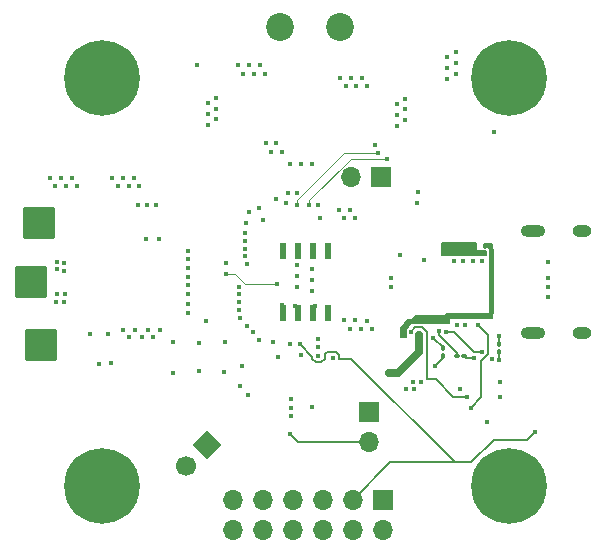
<source format=gbr>
%TF.GenerationSoftware,KiCad,Pcbnew,7.0.1*%
%TF.CreationDate,2023-08-27T06:58:20+02:00*%
%TF.ProjectId,MTR_Tiny_MD,4d54525f-5469-46e7-995f-4d442e6b6963,rev?*%
%TF.SameCoordinates,Original*%
%TF.FileFunction,Copper,L6,Bot*%
%TF.FilePolarity,Positive*%
%FSLAX46Y46*%
G04 Gerber Fmt 4.6, Leading zero omitted, Abs format (unit mm)*
G04 Created by KiCad (PCBNEW 7.0.1) date 2023-08-27 06:58:20*
%MOMM*%
%LPD*%
G01*
G04 APERTURE LIST*
G04 Aperture macros list*
%AMRoundRect*
0 Rectangle with rounded corners*
0 $1 Rounding radius*
0 $2 $3 $4 $5 $6 $7 $8 $9 X,Y pos of 4 corners*
0 Add a 4 corners polygon primitive as box body*
4,1,4,$2,$3,$4,$5,$6,$7,$8,$9,$2,$3,0*
0 Add four circle primitives for the rounded corners*
1,1,$1+$1,$2,$3*
1,1,$1+$1,$4,$5*
1,1,$1+$1,$6,$7*
1,1,$1+$1,$8,$9*
0 Add four rect primitives between the rounded corners*
20,1,$1+$1,$2,$3,$4,$5,0*
20,1,$1+$1,$4,$5,$6,$7,0*
20,1,$1+$1,$6,$7,$8,$9,0*
20,1,$1+$1,$8,$9,$2,$3,0*%
%AMHorizOval*
0 Thick line with rounded ends*
0 $1 width*
0 $2 $3 position (X,Y) of the first rounded end (center of the circle)*
0 $4 $5 position (X,Y) of the second rounded end (center of the circle)*
0 Add line between two ends*
20,1,$1,$2,$3,$4,$5,0*
0 Add two circle primitives to create the rounded ends*
1,1,$1,$2,$3*
1,1,$1,$4,$5*%
%AMRotRect*
0 Rectangle, with rotation*
0 The origin of the aperture is its center*
0 $1 length*
0 $2 width*
0 $3 Rotation angle, in degrees counterclockwise*
0 Add horizontal line*
21,1,$1,$2,0,0,$3*%
G04 Aperture macros list end*
%TA.AperFunction,NonConductor*%
%ADD10C,0.200000*%
%TD*%
%TA.AperFunction,ComponentPad*%
%ADD11R,1.700000X1.700000*%
%TD*%
%TA.AperFunction,ComponentPad*%
%ADD12O,1.700000X1.700000*%
%TD*%
%TA.AperFunction,ComponentPad*%
%ADD13RoundRect,0.165000X1.210000X-1.210000X1.210000X1.210000X-1.210000X1.210000X-1.210000X-1.210000X0*%
%TD*%
%TA.AperFunction,ComponentPad*%
%ADD14C,0.800000*%
%TD*%
%TA.AperFunction,ComponentPad*%
%ADD15C,6.400000*%
%TD*%
%TA.AperFunction,ComponentPad*%
%ADD16C,2.362200*%
%TD*%
%TA.AperFunction,ComponentPad*%
%ADD17O,2.100000X1.000000*%
%TD*%
%TA.AperFunction,ComponentPad*%
%ADD18O,1.600000X1.000000*%
%TD*%
%TA.AperFunction,ComponentPad*%
%ADD19RotRect,1.700000X1.700000X315.000000*%
%TD*%
%TA.AperFunction,ComponentPad*%
%ADD20HorizOval,1.700000X0.000000X0.000000X0.000000X0.000000X0*%
%TD*%
%TA.AperFunction,SMDPad,CuDef*%
%ADD21RoundRect,0.100000X0.100000X-0.130000X0.100000X0.130000X-0.100000X0.130000X-0.100000X-0.130000X0*%
%TD*%
%TA.AperFunction,SMDPad,CuDef*%
%ADD22RoundRect,0.100000X0.130000X0.100000X-0.130000X0.100000X-0.130000X-0.100000X0.130000X-0.100000X0*%
%TD*%
%TA.AperFunction,SMDPad,CuDef*%
%ADD23R,0.558000X1.394200*%
%TD*%
%TA.AperFunction,ViaPad*%
%ADD24C,0.450000*%
%TD*%
%TA.AperFunction,Conductor*%
%ADD25C,0.200000*%
%TD*%
%TA.AperFunction,Conductor*%
%ADD26C,0.100000*%
%TD*%
%TA.AperFunction,Conductor*%
%ADD27C,0.700000*%
%TD*%
%TA.AperFunction,Conductor*%
%ADD28C,0.300000*%
%TD*%
G04 APERTURE END LIST*
D10*
X120775000Y-103025000D02*
X117125000Y-103025000D01*
X117125000Y-103450000D01*
X113975000Y-103450000D01*
X113500000Y-103975000D01*
X113500000Y-104650000D01*
X113100000Y-104650000D01*
X113100000Y-103875000D01*
X113675000Y-103250000D01*
X116900000Y-103250000D01*
X116900000Y-102750000D01*
X120600000Y-102750000D01*
X120600000Y-97075000D01*
X120100000Y-97075000D01*
X120100000Y-96800000D01*
X120775000Y-96800000D01*
X120775000Y-103025000D01*
%TA.AperFunction,NonConductor*%
G36*
X120775000Y-103025000D02*
G01*
X117125000Y-103025000D01*
X117125000Y-103450000D01*
X113975000Y-103450000D01*
X113500000Y-103975000D01*
X113500000Y-104650000D01*
X113100000Y-104650000D01*
X113100000Y-103875000D01*
X113675000Y-103250000D01*
X116900000Y-103250000D01*
X116900000Y-102750000D01*
X120600000Y-102750000D01*
X120600000Y-97075000D01*
X120100000Y-97075000D01*
X120100000Y-96800000D01*
X120775000Y-96800000D01*
X120775000Y-103025000D01*
G37*
%TD.AperFunction*%
X119212500Y-97425000D02*
X120287500Y-97425000D01*
X120287500Y-97700000D01*
X119212500Y-97700000D01*
X119212500Y-97425000D01*
%TA.AperFunction,NonConductor*%
G36*
X119212500Y-97425000D02*
G01*
X120287500Y-97425000D01*
X120287500Y-97700000D01*
X119212500Y-97700000D01*
X119212500Y-97425000D01*
G37*
%TD.AperFunction*%
X116600000Y-96700000D02*
X119450000Y-96700000D01*
X119450000Y-97700000D01*
X116600000Y-97700000D01*
X116600000Y-96700000D01*
%TA.AperFunction,NonConductor*%
G36*
X116600000Y-96700000D02*
G01*
X119450000Y-96700000D01*
X119450000Y-97700000D01*
X116600000Y-97700000D01*
X116600000Y-96700000D01*
G37*
%TD.AperFunction*%
D11*
%TO.P,J5,1*%
%TO.N,GND*%
X110400000Y-111025000D03*
D12*
%TO.P,J5,2*%
%TO.N,DOUT*%
X110400000Y-113565000D03*
%TD*%
D13*
%TO.P,H12,1,1*%
%TO.N,OUTC*%
X82620000Y-105310000D03*
%TD*%
D14*
%TO.P,H1,1,1*%
%TO.N,GND*%
X119850000Y-117250000D03*
X120552944Y-115552944D03*
X120552944Y-118947056D03*
X122250000Y-114850000D03*
D15*
X122250000Y-117250000D03*
D14*
X122250000Y-119650000D03*
X123947056Y-115552944D03*
X123947056Y-118947056D03*
X124650000Y-117250000D03*
%TD*%
%TO.P,H3,1,1*%
%TO.N,GND*%
X119850000Y-82750000D03*
X120552944Y-81052944D03*
X120552944Y-84447056D03*
X122250000Y-80350000D03*
D15*
X122250000Y-82750000D03*
D14*
X122250000Y-85150000D03*
X123947056Y-81052944D03*
X123947056Y-84447056D03*
X124650000Y-82750000D03*
%TD*%
%TO.P,H8,1,1*%
%TO.N,GND*%
X85350000Y-82750000D03*
X86052944Y-81052944D03*
X86052944Y-84447056D03*
X87750000Y-80350000D03*
D15*
X87750000Y-82750000D03*
D14*
X87750000Y-85150000D03*
X89447056Y-81052944D03*
X89447056Y-84447056D03*
X90150000Y-82750000D03*
%TD*%
%TO.P,H9,1,1*%
%TO.N,GND*%
X85350000Y-117250000D03*
X86052944Y-115552944D03*
X86052944Y-118947056D03*
X87750000Y-114850000D03*
D15*
X87750000Y-117250000D03*
D14*
X87750000Y-119650000D03*
X89447056Y-115552944D03*
X89447056Y-118947056D03*
X90150000Y-117250000D03*
%TD*%
D16*
%TO.P,J6,1,1*%
%TO.N,/VM*%
X107890000Y-78450000D03*
%TO.P,J6,2,2*%
%TO.N,GND*%
X102890000Y-78450000D03*
%TD*%
D17*
%TO.P,J1,S1,SHIELD*%
%TO.N,unconnected-(J1-SHIELD-PadS1)*%
X124280000Y-104370000D03*
D18*
X128460000Y-104370000D03*
D17*
X124280000Y-95730000D03*
D18*
X128460000Y-95730000D03*
%TD*%
D19*
%TO.P,J3,1*%
%TO.N,SWD*%
X96700000Y-113800000D03*
D20*
%TO.P,J3,2*%
%TO.N,SWCLK*%
X94903949Y-115596051D03*
%TD*%
D11*
%TO.P,J2,1*%
%TO.N,3V3_BUCK*%
X111540000Y-118450000D03*
D12*
%TO.P,J2,2*%
%TO.N,GND*%
X111540000Y-120990000D03*
%TO.P,J2,3*%
%TO.N,GPIO23*%
X109000000Y-118450000D03*
%TO.P,J2,4*%
%TO.N,GPIO21*%
X109000000Y-120990000D03*
%TO.P,J2,5*%
%TO.N,+VBUS_OUT*%
X106460000Y-118450000D03*
%TO.P,J2,6*%
%TO.N,GPIO20*%
X106460000Y-120990000D03*
%TO.P,J2,7*%
%TO.N,GPIO25*%
X103920000Y-118450000D03*
%TO.P,J2,8*%
%TO.N,GPIO2*%
X103920000Y-120990000D03*
%TO.P,J2,9*%
%TO.N,GPIO24*%
X101380000Y-118450000D03*
%TO.P,J2,10*%
%TO.N,GPIO3*%
X101380000Y-120990000D03*
%TO.P,J2,11*%
%TO.N,GPIO22*%
X98840000Y-118450000D03*
%TO.P,J2,12*%
%TO.N,GPIO9*%
X98840000Y-120990000D03*
%TD*%
D13*
%TO.P,H11,1,1*%
%TO.N,OUTB*%
X81740000Y-100030000D03*
%TD*%
%TO.P,H10,1,1*%
%TO.N,OUTA*%
X82440000Y-95030000D03*
%TD*%
D11*
%TO.P,J4,1*%
%TO.N,UART_TX*%
X111400000Y-91100000D03*
D12*
%TO.P,J4,2*%
%TO.N,UART_RX*%
X108860000Y-91100000D03*
%TD*%
D21*
%TO.P,VbusMin1,1,A*%
%TO.N,GND*%
X116625000Y-106270000D03*
%TO.P,VbusMin1,2,B*%
%TO.N,VBUS_MIN*%
X116625000Y-105630000D03*
%TD*%
%TO.P,Coarse1,1,A*%
%TO.N,3V3_BUCK*%
X121425000Y-105895000D03*
%TO.P,Coarse1,2,B*%
%TO.N,ISNK_COARSE*%
X121425000Y-105255000D03*
%TD*%
%TO.P,Vbus1,1,A*%
%TO.N,+VBUS*%
X120200000Y-97570000D03*
%TO.P,Vbus1,2,B*%
%TO.N,DRAIN_1*%
X120200000Y-96930000D03*
%TD*%
D22*
%TO.P,VbusMax1,1,A*%
%TO.N,3V3_BUCK*%
X118450000Y-106275000D03*
%TO.P,VbusMax1,2,B*%
%TO.N,VBUS_MAX*%
X117810000Y-106275000D03*
%TD*%
D23*
%TO.P,U6,1,VDD5V*%
%TO.N,3V3_BUCK*%
X103095000Y-97347100D03*
%TO.P,U6,2,VDD3V3*%
X104365000Y-97347100D03*
%TO.P,U6,3,OUT*%
%TO.N,PWM_Out*%
X105635000Y-97347100D03*
%TO.P,U6,4,GND*%
%TO.N,GND*%
X106905000Y-97347100D03*
%TO.P,U6,5,PGO*%
%TO.N,unconnected-(U6-PGO-Pad5)*%
X106905000Y-102652900D03*
%TO.P,U6,6,SDA*%
%TO.N,I2C_SDA*%
X105635000Y-102652900D03*
%TO.P,U6,7,SCL*%
%TO.N,I2C_SCL*%
X104365000Y-102652900D03*
%TO.P,U6,8,DIR*%
%TO.N,DIR_Pin*%
X103095000Y-102652900D03*
%TD*%
D24*
%TO.N,+1V1*%
X102600000Y-100175000D03*
X98300000Y-99325000D03*
%TO.N,3V3_BUCK*%
X108775000Y-93900000D03*
X103000000Y-88975000D03*
X109225000Y-94600000D03*
X112725000Y-85850000D03*
X109225000Y-103250000D03*
X108300000Y-103250000D03*
X121425000Y-106575000D03*
X110200000Y-103300000D03*
X112725000Y-86775000D03*
X104275000Y-92450000D03*
X121450000Y-108500000D03*
X114450000Y-93305000D03*
X110600000Y-103950000D03*
X108300000Y-94600000D03*
X113425000Y-84475000D03*
X95800000Y-81625000D03*
X103550000Y-92450000D03*
X88575000Y-106900000D03*
X103775000Y-109925000D03*
X113425000Y-86325000D03*
X98300000Y-98403750D03*
X103750000Y-110675000D03*
X119300469Y-106449000D03*
X120975000Y-87350000D03*
X113425000Y-85400000D03*
X103750000Y-111375000D03*
X104365000Y-97347100D03*
X103095000Y-97347100D03*
X102650000Y-106400000D03*
X101625000Y-88275000D03*
X108750000Y-103950000D03*
X109675000Y-103950000D03*
X102075000Y-88975000D03*
X102550000Y-88275000D03*
X107850000Y-93900000D03*
X112725000Y-84925000D03*
%TO.N,Current_A*%
X95050000Y-97350000D03*
X93750000Y-105050000D03*
%TO.N,Current_B*%
X95950000Y-105150000D03*
X95096127Y-98045630D03*
%TO.N,Current_C*%
X95091757Y-98791757D03*
X98150000Y-105050000D03*
%TO.N,VREF*%
X95100000Y-99550000D03*
X107349500Y-106425000D03*
X96545878Y-103354122D03*
%TO.N,DOUT*%
X103675000Y-112900000D03*
%TO.N,GPIO25*%
X105550000Y-110625000D03*
%TO.N,USB_D+*%
X125500000Y-99700000D03*
X112280000Y-99700000D03*
%TO.N,USB_D-*%
X125500000Y-100400000D03*
X112280000Y-100400000D03*
%TO.N,GPIO24*%
X104665322Y-106162026D03*
%TO.N,GPIO22*%
X103674500Y-105250000D03*
%TO.N,GPIO9*%
X101435523Y-94764477D03*
%TO.N,GPIO3*%
X106100000Y-93500000D03*
%TO.N,GPIO2*%
X106275500Y-94550000D03*
%TO.N,GPIO20*%
X101100000Y-104900000D03*
%TO.N,GPIO21*%
X102250000Y-105100000D03*
%TO.N,SWD*%
X99413337Y-101053153D03*
%TO.N,SWCLK*%
X99403721Y-100403722D03*
%TO.N,RUN*%
X120350000Y-111825000D03*
X99398827Y-101702494D03*
%TO.N,nFAULT*%
X102500000Y-92950000D03*
X87550000Y-106950000D03*
%TO.N,I2C_SDA*%
X105850000Y-102025000D03*
X105300000Y-93500000D03*
X119925000Y-98224500D03*
X111950000Y-89575000D03*
%TO.N,I2C_SCL*%
X119175000Y-98224500D03*
X111161833Y-89081555D03*
X104100000Y-102000000D03*
X104250000Y-93500000D03*
%TO.N,nSLEEP*%
X88250000Y-104400000D03*
X103360523Y-93289477D03*
%TO.N,DRVOFF*%
X101100000Y-93750000D03*
X86750000Y-104375000D03*
%TO.N,INLC*%
X92699000Y-104081112D03*
X100250000Y-94100000D03*
%TO.N,INHC*%
X92125000Y-104700000D03*
X99950000Y-95000000D03*
%TO.N,INLB*%
X91649500Y-104100000D03*
X99924500Y-95890475D03*
%TO.N,INHB*%
X91125000Y-104675000D03*
X99924500Y-96539978D03*
%TO.N,INLA*%
X99924500Y-97189481D03*
X90600000Y-104100000D03*
%TO.N,INHA*%
X99924500Y-97838984D03*
X90075000Y-104700000D03*
%TO.N,SPI_MISO*%
X95050000Y-101850000D03*
X99400004Y-102351995D03*
%TO.N,SPI_SS*%
X95100000Y-100300000D03*
X99450000Y-103100000D03*
%TO.N,SPI_SCK*%
X95100000Y-101050000D03*
X100050000Y-103700000D03*
%TO.N,SPI_MOSI*%
X100600000Y-104250000D03*
X95100000Y-102650000D03*
%TO.N,DIR_Pin*%
X103025000Y-101975000D03*
%TO.N,GPIO23*%
X104500000Y-105250000D03*
X124400000Y-112700000D03*
%TO.N,Net-(U1-GPIO26_ADC0)*%
X106024500Y-104850000D03*
X93750000Y-107675000D03*
%TO.N,Net-(U1-GPIO27_ADC1)*%
X106062250Y-105553151D03*
X95975000Y-107575000D03*
%TO.N,Net-(U1-GPIO28_ADC2)*%
X98125000Y-107600000D03*
X106100000Y-106300000D03*
%TO.N,+VBUS_OUT*%
X114105885Y-108505885D03*
X113524500Y-109075000D03*
X114225000Y-109075000D03*
X114796947Y-108505885D03*
%TO.N,VBUS_MIN*%
X115816207Y-104735585D03*
%TO.N,ISNK_FINE*%
X119603575Y-103625500D03*
X119000000Y-110675000D03*
%TO.N,ALIM*%
X99275000Y-81675000D03*
X99725000Y-82375000D03*
X89100000Y-91900000D03*
X101575000Y-82375000D03*
X101125000Y-81675000D03*
X88650000Y-91200000D03*
X100200000Y-81675000D03*
X100650000Y-82375000D03*
X117725000Y-81475000D03*
X117725000Y-82400000D03*
X90025000Y-91900000D03*
X117025000Y-81925000D03*
X89575000Y-91200000D03*
X117025000Y-81000000D03*
X120775709Y-106558511D03*
X90950000Y-91900000D03*
X117025000Y-82850000D03*
X90500000Y-91200000D03*
X117725000Y-80550000D03*
%TO.N,+VBUS_FET_EN*%
X116927796Y-104214207D03*
X119925500Y-105924500D03*
%TO.N,GATE*%
X118686622Y-109711622D03*
X113908148Y-104246945D03*
%TO.N,SAFE_PWR_EN*%
X117825000Y-103625500D03*
%TO.N,SOURCE*%
X112050000Y-107725000D03*
X114625000Y-104500000D03*
%TO.N,/CC1*%
X117575081Y-98224500D03*
X125525000Y-101300000D03*
%TO.N,/CC2*%
X118302241Y-98224500D03*
X125525000Y-98300000D03*
%TO.N,GND*%
X84600000Y-98425000D03*
X103725000Y-90025000D03*
X104650000Y-90025000D03*
X97450000Y-85325000D03*
X84725000Y-91875000D03*
X115965500Y-107124500D03*
X96750000Y-84850000D03*
X92325000Y-93450000D03*
X108400000Y-83400000D03*
X105550000Y-98900000D03*
X99423819Y-108849500D03*
X113000000Y-97700000D03*
X104325000Y-99475000D03*
X96750000Y-86700000D03*
X107950000Y-82700000D03*
X100150000Y-109550000D03*
X89534311Y-104075626D03*
X84600000Y-99075000D03*
X108875000Y-82700000D03*
X105550000Y-100750000D03*
X84650000Y-101050000D03*
X85650000Y-91875000D03*
X110925000Y-88450000D03*
X84525000Y-101675000D03*
X105575000Y-90025000D03*
X106875000Y-97350000D03*
X83875000Y-101675000D03*
X96750000Y-85775000D03*
X100053721Y-98475500D03*
X105550000Y-99825000D03*
X90825000Y-93449500D03*
X83800000Y-91875000D03*
X92594990Y-96369990D03*
X97450000Y-84400000D03*
X83350000Y-91175000D03*
X84275000Y-91175000D03*
X110250000Y-83400000D03*
X85200000Y-91175000D03*
X104325000Y-98550000D03*
X115075000Y-98175000D03*
X104325000Y-100400000D03*
X109800000Y-82700000D03*
X91575000Y-93450000D03*
X114500000Y-92375000D03*
X84000000Y-101050000D03*
X99625000Y-107125500D03*
X83975000Y-98950000D03*
X83975000Y-98300000D03*
X121450000Y-109775000D03*
X91491622Y-96366622D03*
X97450000Y-86250000D03*
X109325000Y-83400000D03*
%TO.N,ISNK_COARSE*%
X121425000Y-104600000D03*
X118544319Y-103614638D03*
%TO.N,VBUS_MAX*%
X116278490Y-104198242D03*
%TO.N,+VBUS*%
X118425000Y-96924500D03*
X117650000Y-96924500D03*
X119250000Y-96925000D03*
X116825000Y-96924000D03*
%TO.N,DRAIN_1*%
X118075000Y-109100000D03*
X113300000Y-104475000D03*
%TD*%
D25*
%TO.N,GND*%
X116625000Y-106465000D02*
X115965500Y-107124500D01*
X116625000Y-106270000D02*
X116625000Y-106465000D01*
%TO.N,GPIO23*%
X119025000Y-115275000D02*
X117625000Y-115275000D01*
X120950000Y-113350000D02*
X119025000Y-115275000D01*
X124400000Y-112700000D02*
X123750000Y-113350000D01*
X123750000Y-113350000D02*
X120950000Y-113350000D01*
D26*
%TO.N,+1V1*%
X98996751Y-99325000D02*
X99846751Y-100175000D01*
X98300000Y-99325000D02*
X98996751Y-99325000D01*
X99846751Y-100175000D02*
X102600000Y-100175000D01*
D25*
%TO.N,3V3_BUCK*%
X118450000Y-106275000D02*
X118624000Y-106449000D01*
X121425000Y-105895000D02*
X121425000Y-106575000D01*
X118624000Y-106449000D02*
X119300469Y-106449000D01*
%TO.N,DOUT*%
X103675000Y-112900000D02*
X104340000Y-113565000D01*
X104340000Y-113565000D02*
X110400000Y-113565000D01*
D26*
%TO.N,I2C_SDA*%
X111950000Y-89575000D02*
X108829365Y-89575000D01*
X105300000Y-93104365D02*
X105300000Y-93500000D01*
X108829365Y-89575000D02*
X105300000Y-93104365D01*
%TO.N,I2C_SCL*%
X104250000Y-93100000D02*
X104250000Y-93500000D01*
X111155278Y-89075000D02*
X108275000Y-89075000D01*
X108275000Y-89075000D02*
X104250000Y-93100000D01*
X111161833Y-89081555D02*
X111155278Y-89075000D01*
D25*
%TO.N,GPIO23*%
X106317463Y-106825000D02*
X105882537Y-106825000D01*
X106625000Y-106517463D02*
X106317463Y-106825000D01*
X109000000Y-118450000D02*
X112175000Y-115275000D01*
X112175000Y-115275000D02*
X117625000Y-115275000D01*
X107874500Y-106207537D02*
X107566963Y-105900000D01*
X105882537Y-106825000D02*
X105575000Y-106517463D01*
X117625000Y-115275000D02*
X108900000Y-106550000D01*
X108900000Y-106550000D02*
X107874500Y-106550000D01*
X107874500Y-106550000D02*
X107874500Y-106207537D01*
X107566963Y-105900000D02*
X106807537Y-105900000D01*
X105575000Y-106517463D02*
X105575000Y-106325000D01*
X106807537Y-105900000D02*
X106625000Y-106082537D01*
X105575000Y-106325000D02*
X104500000Y-105250000D01*
X106625000Y-106082537D02*
X106625000Y-106517463D01*
%TO.N,VBUS_MIN*%
X116625000Y-105544378D02*
X116625000Y-105630000D01*
X115816207Y-104735585D02*
X116625000Y-105544378D01*
%TO.N,ISNK_FINE*%
X119000000Y-110675000D02*
X119900000Y-109775000D01*
X120450500Y-104472425D02*
X119603575Y-103625500D01*
X119900000Y-109775000D02*
X119900000Y-106692463D01*
X119900000Y-106692463D02*
X120450500Y-106141963D01*
X120450500Y-106141963D02*
X120450500Y-104472425D01*
%TO.N,+VBUS_FET_EN*%
X117579892Y-104214207D02*
X116927796Y-104214207D01*
X119925500Y-105924500D02*
X119290185Y-105924500D01*
X119290185Y-105924500D02*
X117579892Y-104214207D01*
%TO.N,GATE*%
X116050000Y-108250000D02*
X115283525Y-108250000D01*
X115283525Y-104239286D02*
X114894239Y-103850000D01*
X118686622Y-109711622D02*
X117511622Y-109711622D01*
X117511622Y-109711622D02*
X116050000Y-108250000D01*
X114305093Y-103850000D02*
X113908148Y-104246945D01*
X115283525Y-108250000D02*
X115283525Y-104239286D01*
X114894239Y-103850000D02*
X114305093Y-103850000D01*
D27*
%TO.N,SOURCE*%
X114625000Y-105950000D02*
X114625000Y-104500000D01*
X112850000Y-107725000D02*
X114625000Y-105950000D01*
X112050000Y-107725000D02*
X112850000Y-107725000D01*
D25*
%TO.N,ISNK_COARSE*%
X121425000Y-105255000D02*
X121425000Y-104600000D01*
%TO.N,VBUS_MAX*%
X116278490Y-104487805D02*
X117810000Y-106019315D01*
X116278490Y-104198242D02*
X116278490Y-104487805D01*
X117810000Y-106019315D02*
X117810000Y-106275000D01*
D28*
%TO.N,+VBUS*%
X120120500Y-97649500D02*
X120150000Y-97620000D01*
X120150000Y-97620000D02*
X120150000Y-97570000D01*
X117650000Y-96924500D02*
X118425000Y-96924500D01*
X117649500Y-96924000D02*
X117650000Y-96924500D01*
X119249500Y-96924500D02*
X119250000Y-96925000D01*
X116825000Y-96924000D02*
X117649500Y-96924000D01*
X118425000Y-96924500D02*
X119249500Y-96924500D01*
X119250000Y-96925000D02*
X119250000Y-97625000D01*
X119274500Y-97649500D02*
X120120500Y-97649500D01*
X119250000Y-97625000D02*
X119274500Y-97649500D01*
%TO.N,DRAIN_1*%
X113300000Y-104475000D02*
X113295000Y-104470000D01*
X114341920Y-103000000D02*
X120475000Y-103000000D01*
X113300000Y-104475000D02*
X113300000Y-104041920D01*
X120475000Y-103000000D02*
X120800000Y-102675000D01*
X120428896Y-96930000D02*
X120200000Y-96930000D01*
X113300000Y-104041920D02*
X114341920Y-103000000D01*
X120800000Y-102675000D02*
X120800000Y-97301104D01*
X120800000Y-97301104D02*
X120428896Y-96930000D01*
%TD*%
M02*

</source>
